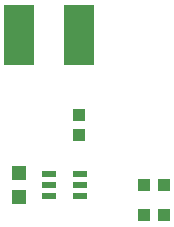
<source format=gbr>
G04 EAGLE Gerber RS-274X export*
G75*
%MOIN*%
%FSLAX34Y34*%
%LPD*%
%INSolderpaste Top*%
%IPPOS*%
%AMOC8*
5,1,8,0,0,1.08239X$1,22.5*%
G01*
%ADD10R,0.100000X0.200000*%
%ADD11R,0.039370X0.043307*%
%ADD12R,0.043307X0.039370*%
%ADD13R,0.047244X0.021654*%
%ADD14R,0.051181X0.047244*%


D10*
X19000Y27500D03*
X17000Y27500D03*
D11*
X21165Y22500D03*
X21835Y22500D03*
X21165Y21500D03*
X21835Y21500D03*
D12*
X19000Y24835D03*
X19000Y24165D03*
D13*
X19012Y22126D03*
X19012Y22500D03*
X19012Y22874D03*
X17988Y22874D03*
X17988Y22126D03*
X17988Y22500D03*
D14*
X17000Y22100D03*
X17000Y22900D03*
M02*

</source>
